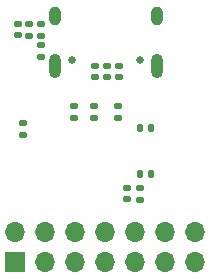
<source format=gbr>
%TF.GenerationSoftware,KiCad,Pcbnew,(6.0.4)*%
%TF.CreationDate,2022-07-06T17:37:40+08:00*%
%TF.ProjectId,XilinxJtag,58696c69-6e78-44a7-9461-672e6b696361,rev?*%
%TF.SameCoordinates,Original*%
%TF.FileFunction,Soldermask,Bot*%
%TF.FilePolarity,Negative*%
%FSLAX46Y46*%
G04 Gerber Fmt 4.6, Leading zero omitted, Abs format (unit mm)*
G04 Created by KiCad (PCBNEW (6.0.4)) date 2022-07-06 17:37:40*
%MOMM*%
%LPD*%
G01*
G04 APERTURE LIST*
G04 Aperture macros list*
%AMRoundRect*
0 Rectangle with rounded corners*
0 $1 Rounding radius*
0 $2 $3 $4 $5 $6 $7 $8 $9 X,Y pos of 4 corners*
0 Add a 4 corners polygon primitive as box body*
4,1,4,$2,$3,$4,$5,$6,$7,$8,$9,$2,$3,0*
0 Add four circle primitives for the rounded corners*
1,1,$1+$1,$2,$3*
1,1,$1+$1,$4,$5*
1,1,$1+$1,$6,$7*
1,1,$1+$1,$8,$9*
0 Add four rect primitives between the rounded corners*
20,1,$1+$1,$2,$3,$4,$5,0*
20,1,$1+$1,$4,$5,$6,$7,0*
20,1,$1+$1,$6,$7,$8,$9,0*
20,1,$1+$1,$8,$9,$2,$3,0*%
G04 Aperture macros list end*
%ADD10C,0.650000*%
%ADD11O,1.000000X2.100000*%
%ADD12O,1.000000X1.600000*%
%ADD13R,1.700000X1.700000*%
%ADD14O,1.700000X1.700000*%
%ADD15RoundRect,0.140000X-0.170000X0.140000X-0.170000X-0.140000X0.170000X-0.140000X0.170000X0.140000X0*%
%ADD16RoundRect,0.140000X0.170000X-0.140000X0.170000X0.140000X-0.170000X0.140000X-0.170000X-0.140000X0*%
%ADD17RoundRect,0.135000X0.185000X-0.135000X0.185000X0.135000X-0.185000X0.135000X-0.185000X-0.135000X0*%
%ADD18RoundRect,0.135000X-0.185000X0.135000X-0.185000X-0.135000X0.185000X-0.135000X0.185000X0.135000X0*%
%ADD19RoundRect,0.140000X0.140000X0.170000X-0.140000X0.170000X-0.140000X-0.170000X0.140000X-0.170000X0*%
G04 APERTURE END LIST*
D10*
%TO.C,J1*%
X144860000Y-71650001D03*
X139080000Y-71650001D03*
D11*
X137650000Y-72150001D03*
D12*
X137650000Y-67970001D03*
X146290000Y-67970001D03*
D11*
X146290000Y-72150001D03*
%TD*%
D13*
%TO.C,J2*%
X134265000Y-88795000D03*
D14*
X134265000Y-86255000D03*
X136805000Y-88795000D03*
X136805000Y-86255000D03*
X139345000Y-88795000D03*
X139345000Y-86255000D03*
X141885000Y-88795000D03*
X141885000Y-86255000D03*
X144425000Y-88795000D03*
X144425000Y-86255000D03*
X146965000Y-88795000D03*
X146965000Y-86255000D03*
X149505000Y-88795000D03*
X149505000Y-86255000D03*
%TD*%
D15*
%TO.C,C14*%
X134490000Y-68620000D03*
X134490000Y-69580000D03*
%TD*%
D16*
%TO.C,C5*%
X143720000Y-83460000D03*
X143720000Y-82500000D03*
%TD*%
D15*
%TO.C,C9*%
X140960000Y-75580000D03*
X140960000Y-76540000D03*
%TD*%
D17*
%TO.C,R4*%
X144820000Y-83490000D03*
X144820000Y-82470000D03*
%TD*%
D16*
%TO.C,C13*%
X141004681Y-73121884D03*
X141004681Y-72161884D03*
%TD*%
%TO.C,C11*%
X143024681Y-73111885D03*
X143024681Y-72151885D03*
%TD*%
D17*
%TO.C,R11*%
X136460000Y-69620000D03*
X136460000Y-68600000D03*
%TD*%
D18*
%TO.C,R3*%
X143010000Y-75570000D03*
X143010000Y-76590000D03*
%TD*%
D19*
%TO.C,C6*%
X145780000Y-81300000D03*
X144820000Y-81300000D03*
%TD*%
D18*
%TO.C,R10*%
X135450000Y-68590000D03*
X135450000Y-69610000D03*
%TD*%
D17*
%TO.C,Jumper1*%
X134970000Y-78050000D03*
X134970000Y-77030000D03*
%TD*%
D15*
%TO.C,C8*%
X139220000Y-75580000D03*
X139220000Y-76540000D03*
%TD*%
D16*
%TO.C,C12*%
X142009999Y-73120000D03*
X142009999Y-72160000D03*
%TD*%
D15*
%TO.C,C15*%
X136460000Y-70420000D03*
X136460000Y-71380000D03*
%TD*%
D19*
%TO.C,C10*%
X145780000Y-77400000D03*
X144820000Y-77400000D03*
%TD*%
M02*

</source>
